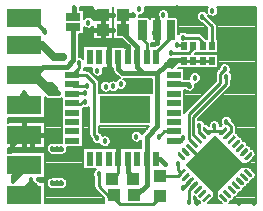
<source format=gbl>
G04 DipTrace Beta 2.3.5.2*
%INMinimOSD_MK2.GBL*%
%MOIN*%
%ADD13C,0.01*%
%ADD14C,0.015*%
%ADD15C,0.006*%
%ADD16C,0.025*%
%ADD17C,0.018*%
%ADD19C,0.007*%
%ADD24R,0.1181X0.063*%
%ADD25R,0.05X0.025*%
%ADD28R,0.0394X0.0433*%
%ADD29R,0.0433X0.0394*%
%ADD43R,0.022X0.05*%
%ADD44R,0.05X0.022*%
%ADD45R,0.0197X0.0256*%
%ADD48C,0.045*%
%FSLAX44Y44*%
G04*
G70*
G90*
G75*
G01*
%LNBottom*%
%LPD*%
X700Y3860D2*
D14*
Y3450D1*
Y3860D2*
D13*
X670D1*
X580Y3770D1*
Y3570D1*
X700Y3450D1*
Y3860D2*
X720D1*
X810Y3770D1*
Y3560D1*
X700Y3450D1*
Y4450D2*
D14*
X1060D1*
X1320Y4710D1*
X2120D1*
X2350Y4940D1*
Y6046D1*
X1500Y4100D2*
X1150Y4450D1*
X700D1*
X1850Y3850D2*
D17*
X1700D1*
X1550D1*
Y4050D1*
D16*
X1500Y4100D1*
Y4050D1*
X1548Y4002D1*
D17*
X1700Y3850D1*
X1500Y4100D2*
D16*
X1600D1*
X1698Y4002D1*
D17*
X1850Y3850D1*
X1950Y850D2*
X1800D1*
X1650D1*
X1550Y3850D2*
X950Y4450D1*
X700D1*
X6228Y2028D2*
D13*
X6785Y1472D1*
X7064D1*
X7200Y1350D2*
D15*
X7078Y1472D1*
X7064D1*
X5050Y5850D2*
D13*
X5122Y5922D1*
Y5950D1*
X3845Y1670D2*
Y1195D1*
X3650Y1000D1*
X3331Y6450D2*
D14*
Y5950D1*
X3530Y5050D2*
Y5470D1*
X3350Y5650D1*
Y5931D1*
X3331Y5950D1*
X4160Y5050D2*
Y5340D1*
X4030Y5470D1*
X3530D1*
X3331Y6450D2*
D15*
X3100D1*
X3020Y6370D1*
X3331Y6450D2*
X3120D1*
X3020Y6550D1*
Y6370D2*
D17*
Y6550D1*
X3231D1*
X3331Y6450D1*
X3020Y6370D2*
X3251D1*
X3331Y6450D1*
X300Y1940D2*
D14*
Y2120D1*
X630Y2450D1*
X700D1*
X960Y2190D1*
Y1950D1*
X2930Y1140D2*
D17*
X2770D1*
X5950Y1193D2*
D13*
X5841Y1085D1*
X5235D1*
X5950Y1193D2*
X5850Y1293D1*
Y1500D1*
X1390Y5900D2*
Y5940D1*
X980Y6350D1*
X700D1*
X1390Y5900D2*
X1370D1*
X1020Y6250D1*
X800D1*
X700Y6350D1*
X1390Y5900D2*
X1030Y6260D1*
X6024Y5419D2*
Y5460D1*
X5800D1*
X6010Y2340D2*
X5928Y2258D1*
X5692D1*
X5200Y2400D2*
X5373Y2573D1*
X5692D1*
X6507Y2307D2*
X6350Y2464D1*
Y3050D1*
X7450Y4150D1*
Y4400D1*
X4790Y5050D2*
Y5510D1*
X4670Y5630D1*
Y5930D1*
X4650Y5950D1*
X5105Y5050D2*
X5080D1*
Y5200D1*
X5595Y5715D1*
Y5950D1*
X6785Y2585D2*
X7050D1*
X7342D1*
X7050Y2750D2*
Y2585D1*
X6339Y5419D2*
X6350Y5430D1*
Y5350D1*
X6190Y5190D1*
X5600D1*
X6654Y5419D2*
Y5546D1*
X6500Y5700D1*
X6000D1*
X4160Y1670D2*
D14*
Y1220D1*
X4380Y1000D1*
X4319D1*
X6650Y6400D2*
D13*
X6969Y6081D1*
Y5419D1*
X7400Y4650D2*
X7250Y4500D1*
Y4200D1*
X6200Y3150D1*
Y2335D1*
X6368Y2168D1*
X6540Y2770D2*
Y2552D1*
X6646Y2446D1*
X7450Y2900D2*
X7600Y2750D1*
Y2565D1*
X7481Y2446D1*
X3700Y450D2*
Y350D1*
X3900Y150D1*
X5000D1*
X5235Y385D1*
Y415D1*
X2750Y3550D2*
X2650D1*
X2600Y3500D1*
X2330D1*
X2312Y3517D1*
X3200Y1150D2*
Y750D1*
X3550Y400D1*
X3700D1*
Y450D1*
X6228Y915D2*
X6014Y700D1*
X6000D1*
X2312Y3832D2*
X2330Y3850D1*
X2750D1*
X950Y950D2*
X700Y700D1*
Y450D1*
X950Y950D2*
X1200Y670D1*
X1060Y810D1*
X700Y450D1*
X950Y820D2*
Y700D1*
X700Y450D1*
X950Y950D2*
Y860D1*
X870Y780D1*
Y620D1*
X700Y450D1*
X950Y950D2*
Y874D1*
X1014Y810D1*
X1060D1*
X5400Y1500D2*
D14*
X5230Y1670D1*
X5105D1*
X6200Y4100D2*
X6153Y4147D1*
X5692D1*
X6368Y776D2*
D13*
X6200Y608D1*
Y230D1*
X330Y930D2*
X700Y1300D1*
Y1450D1*
X2312Y4147D2*
X2360Y4100D1*
X2800D1*
X330Y930D2*
Y1080D1*
X700Y1450D1*
X330Y930D2*
Y980D1*
X480Y1130D1*
Y1230D1*
X700Y1450D1*
X330Y930D2*
X290D1*
Y1110D1*
X360D1*
X700Y1450D1*
X2370Y6680D2*
D14*
Y6400D1*
X2350D1*
X4000Y6450D2*
Y5950D1*
X4790Y1670D2*
Y2400D1*
X5150Y2760D1*
Y4520D1*
X4680D1*
X4475Y4725D1*
Y5050D1*
X3845D2*
Y4655D1*
X3980Y4520D1*
X4680D1*
X4790Y1670D2*
Y790D1*
X4450Y450D1*
X4369D1*
X4350Y6450D2*
X4000D1*
X6969Y4926D2*
D13*
X6654D1*
X6339D1*
X6024D1*
D14*
Y4950D1*
X5831D1*
X5749D1*
X5664D1*
X5580D1*
X5493Y4863D1*
X5445Y4815D1*
X5400Y4770D1*
X5150Y4520D1*
X4000Y5950D2*
Y5870D1*
X4475Y5395D1*
Y5050D1*
X5650Y4770D2*
D13*
X5585D1*
X5489D1*
X5445Y4815D1*
X5650Y4770D2*
Y4936D1*
X5664Y4950D1*
X5585Y4770D2*
X5493Y4863D1*
X5650Y4770D2*
Y4800D1*
X5590Y4860D1*
X5565D1*
X5527Y4897D1*
D14*
X5580Y4950D1*
X5650Y4770D2*
D13*
Y4851D1*
X5749Y4950D1*
X5650Y4770D2*
X5831Y4950D1*
X5489Y4770D2*
X5400D1*
X2000Y5050D2*
D16*
X1700D1*
X1300Y5450D1*
X700D1*
X1700Y5050D2*
D17*
D3*
X1650Y2000D2*
X1800D1*
X1950D1*
X2312Y4462D2*
D13*
X2325Y4450D1*
X2780D1*
X3040Y4190D1*
Y2460D1*
X3150Y2350D1*
X2550Y4850D2*
Y4700D1*
X2312Y4462D1*
D17*
X1500Y4100D3*
D3*
D3*
D3*
D3*
X7200Y1350D3*
X5050Y5850D3*
X5850Y1500D3*
X1390Y5900D3*
D3*
D3*
X5800Y5460D3*
X3400Y2250D3*
X3150Y4600D3*
X5350Y6450D3*
X3418Y4068D3*
X6010Y2340D3*
X3930Y4160D3*
X2850Y6200D3*
X7450Y4400D3*
X7050Y2750D3*
X6400Y4360D3*
X4550Y6650D3*
X5600Y5190D3*
X6000Y5700D3*
X6650Y6400D3*
X7400Y4650D3*
X6540Y2770D3*
X7450Y2900D3*
X2750Y3550D3*
Y3850D3*
X950Y950D3*
D3*
D3*
D3*
X3674Y4076D3*
X6200Y4100D3*
Y230D3*
X330Y930D3*
X2800Y4100D3*
X6200Y230D3*
X330Y930D3*
D3*
D3*
X2370Y6680D3*
X4350Y6450D3*
X2370Y6680D3*
X4350Y6450D3*
X5650Y4770D3*
D3*
D3*
D3*
D3*
X1700Y5050D3*
D3*
D3*
D3*
X2550Y4850D3*
X4450Y2400D3*
X5200D3*
X1850Y5050D3*
X2000D3*
X3150Y2350D3*
X1650Y2000D3*
X1800D3*
X1950D3*
X1550Y3850D3*
X6980Y6600D3*
X1700Y3850D3*
X1850D3*
X1650Y850D3*
X1800D3*
X1950D3*
X3200Y1150D3*
X5400Y1500D3*
D48*
X3550Y3250D3*
X4050D3*
X4550D3*
D17*
X6000Y700D3*
X3020Y6550D3*
Y6370D3*
X5800Y6700D3*
X700Y3860D3*
X6800Y1260D3*
X7610Y1250D3*
X8360Y200D3*
X7870Y190D3*
X8370Y2150D3*
Y2490D3*
X8380Y690D3*
X6470Y180D3*
X7380Y6600D3*
X7480Y5170D3*
X300Y1940D3*
X960Y1950D3*
X2770Y1140D3*
X2930D3*
X2573Y6656D2*
D19*
X2999D1*
X4754D2*
X6784D1*
X7176D2*
X8418D1*
X2715Y6588D2*
X2999D1*
X4745D2*
X5201D1*
X5499D2*
X6581D1*
X6719D2*
X6776D1*
X7185D2*
X8418D1*
X2715Y6519D2*
X2999D1*
X4705D2*
X5158D1*
X5542D2*
X6485D1*
X7167D2*
X8418D1*
X2715Y6450D2*
X2999D1*
X4554D2*
X5145D1*
X5555D2*
X6452D1*
X7116D2*
X8418D1*
X2715Y6382D2*
X2765D1*
X2936D2*
X2999D1*
X4842D2*
X4931D1*
X5787D2*
X6447D1*
X6898D2*
X8418D1*
X5844Y6313D2*
X6465D1*
X6967D2*
X8418D1*
X5847Y6244D2*
X6521D1*
X7036D2*
X8418D1*
X5847Y6175D2*
X6645D1*
X7102D2*
X8418D1*
X5847Y6107D2*
X6714D1*
X7131D2*
X8418D1*
X5847Y6038D2*
X6781D1*
X7133D2*
X8418D1*
X2715Y5969D2*
X2999D1*
X5847D2*
X6804D1*
X7133D2*
X8418D1*
X2715Y5901D2*
X2999D1*
X5847D2*
X6804D1*
X7133D2*
X8418D1*
X2715Y5832D2*
X2999D1*
X6593D2*
X6804D1*
X7133D2*
X8418D1*
X2540Y5763D2*
X2999D1*
X6666D2*
X6804D1*
X7133D2*
X8418D1*
X2540Y5695D2*
X2999D1*
X6735D2*
X6804D1*
X7133D2*
X8418D1*
X2540Y5626D2*
X3979D1*
X7181D2*
X8418D1*
X2540Y5557D2*
X4047D1*
X7181D2*
X8418D1*
X2540Y5489D2*
X4116D1*
X4955D2*
X5139D1*
X7181D2*
X8418D1*
X2540Y5420D2*
X4185D1*
X4955D2*
X5070D1*
X7181D2*
X8418D1*
X2540Y5351D2*
X2675D1*
X7181D2*
X8418D1*
X2540Y5283D2*
X2675D1*
X7181D2*
X8418D1*
X2540Y5214D2*
X2675D1*
X7181D2*
X8418D1*
X2540Y5145D2*
X2675D1*
X7181D2*
X8418D1*
X2540Y5076D2*
X2675D1*
X7181D2*
X8418D1*
X7181Y5008D2*
X8418D1*
X7181Y4939D2*
X8418D1*
X7181Y4870D2*
X8418D1*
X7181Y4802D2*
X7266D1*
X7534D2*
X8418D1*
X7586Y4733D2*
X8418D1*
X2710Y4664D2*
X2957D1*
X3343D2*
X3655D1*
X6057D2*
X7184D1*
X7604D2*
X8418D1*
X2847Y4596D2*
X2946D1*
X3354D2*
X3665D1*
X6057D2*
X7117D1*
X7597D2*
X8418D1*
X3340Y4527D2*
X3708D1*
X6057D2*
X6287D1*
X6513D2*
X7088D1*
X7608D2*
X8418D1*
X3295Y4458D2*
X3777D1*
X6057D2*
X6221D1*
X6579D2*
X7085D1*
X7646D2*
X8418D1*
X3070Y4390D2*
X3845D1*
X6057D2*
X6197D1*
X6603D2*
X7085D1*
X7654D2*
X8418D1*
X3139Y4321D2*
X3807D1*
X4051D2*
X4960D1*
X6601D2*
X7085D1*
X7639D2*
X8418D1*
X3191Y4252D2*
X3339D1*
X3496D2*
X3577D1*
X4111D2*
X4960D1*
X6572D2*
X7072D1*
X7615D2*
X8418D1*
X3205Y4184D2*
X3251D1*
X4133D2*
X4960D1*
X6496D2*
X7003D1*
X7615D2*
X8418D1*
X4129Y4115D2*
X4960D1*
X6404D2*
X6934D1*
X7610D2*
X8418D1*
X4098Y4046D2*
X4960D1*
X6397D2*
X6867D1*
X7575D2*
X8418D1*
X4013Y3977D2*
X4960D1*
X6362D2*
X6798D1*
X7507D2*
X8418D1*
X3205Y3909D2*
X3293D1*
X3785D2*
X4960D1*
X6057D2*
X6143D1*
X6257D2*
X6729D1*
X7438D2*
X8418D1*
X6057Y3840D2*
X6660D1*
X7370D2*
X8418D1*
X6057Y3771D2*
X6591D1*
X7302D2*
X8418D1*
X6057Y3703D2*
X6523D1*
X7233D2*
X8418D1*
X1405Y3634D2*
X1948D1*
X6057D2*
X6454D1*
X7164D2*
X8418D1*
X1405Y3565D2*
X1948D1*
X6057D2*
X6385D1*
X7095D2*
X8418D1*
X1405Y3497D2*
X1948D1*
X6057D2*
X6317D1*
X7026D2*
X8418D1*
X1405Y3428D2*
X1948D1*
X6057D2*
X6248D1*
X6958D2*
X8418D1*
X1405Y3359D2*
X1948D1*
X2809D2*
X2876D1*
X6057D2*
X6180D1*
X6889D2*
X8418D1*
X1405Y3291D2*
X1948D1*
X2677D2*
X2876D1*
X6057D2*
X6111D1*
X6821D2*
X8418D1*
X1405Y3222D2*
X1948D1*
X2677D2*
X2876D1*
X6752D2*
X8418D1*
X1405Y3153D2*
X1948D1*
X2677D2*
X2876D1*
X6683D2*
X8418D1*
X1405Y3085D2*
X1948D1*
X2677D2*
X2876D1*
X6615D2*
X7372D1*
X7528D2*
X8418D1*
X182Y3016D2*
X1948D1*
X2677D2*
X2876D1*
X6546D2*
X7283D1*
X7617D2*
X8418D1*
X182Y2947D2*
X1948D1*
X2677D2*
X2876D1*
X6635D2*
X7251D1*
X7648D2*
X8418D1*
X182Y2878D2*
X1948D1*
X2677D2*
X2876D1*
X6712D2*
X6893D1*
X7208D2*
X7246D1*
X7701D2*
X8418D1*
X1405Y2810D2*
X1948D1*
X2677D2*
X2876D1*
X6791D2*
X6855D1*
X7752D2*
X8418D1*
X1405Y2741D2*
X1948D1*
X2677D2*
X2876D1*
X3205D2*
X4866D1*
X7764D2*
X8418D1*
X1405Y2672D2*
X1948D1*
X2677D2*
X2876D1*
X3205D2*
X4797D1*
X7764D2*
X8418D1*
X1405Y2604D2*
X1948D1*
X2677D2*
X2876D1*
X3205D2*
X4728D1*
X7764D2*
X8418D1*
X1405Y2535D2*
X1948D1*
X2677D2*
X2876D1*
X3226D2*
X4299D1*
X4601D2*
X4659D1*
X7771D2*
X8418D1*
X1405Y2466D2*
X1948D1*
X2677D2*
X2876D1*
X3317D2*
X4257D1*
X7849D2*
X8418D1*
X1405Y2398D2*
X1948D1*
X2677D2*
X2889D1*
X3538D2*
X4245D1*
X7904D2*
X8418D1*
X1405Y2329D2*
X1948D1*
X2677D2*
X2941D1*
X3588D2*
X4258D1*
X7986D2*
X8418D1*
X1405Y2260D2*
X1948D1*
X2677D2*
X2966D1*
X3605D2*
X4303D1*
X8039D2*
X8418D1*
X1405Y2192D2*
X1595D1*
X2677D2*
X3024D1*
X3596D2*
X4600D1*
X8124D2*
X8418D1*
X1405Y2123D2*
X1489D1*
X2677D2*
X3242D1*
X3559D2*
X4600D1*
X8172D2*
X8418D1*
X1405Y2054D2*
X1453D1*
X2677D2*
X3366D1*
X3434D2*
X4600D1*
X8263D2*
X8418D1*
X182Y1986D2*
X1446D1*
X2155D2*
X2675D1*
X8307D2*
X8418D1*
X182Y1917D2*
X1464D1*
X2136D2*
X2675D1*
X1405Y1848D2*
X1516D1*
X2083D2*
X2675D1*
X1405Y1779D2*
X2675D1*
X1405Y1711D2*
X2675D1*
X8380D2*
X8417D1*
X1405Y1642D2*
X2675D1*
X8312D2*
X8418D1*
X1405Y1573D2*
X2675D1*
X8243D2*
X8418D1*
X1405Y1505D2*
X2675D1*
X8147D2*
X8418D1*
X1405Y1436D2*
X2675D1*
X8146D2*
X8418D1*
X1405Y1367D2*
X2675D1*
X8246D2*
X8418D1*
X1405Y1299D2*
X3063D1*
X8315D2*
X8418D1*
X1405Y1230D2*
X3012D1*
X8382D2*
X8418D1*
X1405Y1161D2*
X2996D1*
X1405Y1093D2*
X3004D1*
X1141Y1024D2*
X1549D1*
X2051D2*
X3035D1*
X1164Y955D2*
X1476D1*
X2124D2*
X3035D1*
X8299D2*
X8418D1*
X1225Y887D2*
X1448D1*
X2151D2*
X3035D1*
X8261D2*
X8418D1*
X1405Y818D2*
X1448D1*
X2152D2*
X3035D1*
X8166D2*
X8418D1*
X1405Y749D2*
X1473D1*
X2127D2*
X3035D1*
X8123D2*
X8418D1*
X1405Y680D2*
X1541D1*
X2058D2*
X3052D1*
X8031D2*
X8418D1*
X1405Y612D2*
X3109D1*
X7985D2*
X8418D1*
X1405Y543D2*
X3177D1*
X7898D2*
X8418D1*
X1405Y474D2*
X3245D1*
X7848D2*
X8418D1*
X1405Y406D2*
X3314D1*
X7763D2*
X8418D1*
X1405Y337D2*
X3369D1*
X6373D2*
X6418D1*
X7002D2*
X7125D1*
X7709D2*
X8418D1*
X1405Y268D2*
X3369D1*
X6401D2*
X6497D1*
X6939D2*
X7189D1*
X7630D2*
X8418D1*
X1405Y200D2*
X3369D1*
X6403D2*
X6556D1*
X6870D2*
X7257D1*
X7571D2*
X8418D1*
X175Y2873D2*
X1398D1*
Y2027D1*
X175D1*
Y1872D1*
X387Y1873D1*
X1398D1*
Y1027D1*
X1133D1*
X1141Y1002D1*
X1147Y966D1*
X1230Y873D1*
X1398D1*
X1400Y175D1*
X3376D1*
Y352D1*
X3088Y638D1*
X3067Y666D1*
X3051Y697D1*
X3042Y744D1*
Y1031D1*
X3025Y1057D1*
X3012Y1090D1*
X3004Y1124D1*
X3002Y1159D1*
X3007Y1193D1*
X3018Y1227D1*
X3034Y1257D1*
X3055Y1285D1*
X3088Y1312D1*
X2682D1*
Y2028D1*
X3118Y2027D1*
X3102Y2028D1*
X3433Y2027D1*
X3417Y2028D1*
X3748Y2027D1*
X3753Y2028D1*
X4378Y2027D1*
X4362Y2028D1*
X4608D1*
X4607Y2230D1*
Y2279D1*
X4575Y2247D1*
X4546Y2227D1*
X4515Y2213D1*
X4481Y2205D1*
X4446Y2202D1*
X4411Y2206D1*
X4377Y2216D1*
X4346Y2232D1*
X4318Y2253D1*
X4294Y2278D1*
X4275Y2307D1*
X4262Y2340D1*
X4254Y2374D1*
X4252Y2409D1*
X4257Y2443D1*
X4268Y2477D1*
X4284Y2507D1*
X4305Y2535D1*
X4331Y2558D1*
X4361Y2577D1*
X4394Y2590D1*
X4428Y2597D1*
X4463D1*
X4497Y2592D1*
X4530Y2581D1*
X4561Y2564D1*
X4588Y2542D1*
X4611Y2515D1*
X4628Y2486D1*
X4660Y2529D1*
X4873Y2742D1*
X3197D1*
X3198Y2580D1*
Y2542D1*
X3230Y2531D1*
X3261Y2514D1*
X3288Y2492D1*
X3311Y2465D1*
X3329Y2434D1*
X3344Y2440D1*
X3378Y2447D1*
X3413D1*
X3447Y2442D1*
X3480Y2431D1*
X3511Y2414D1*
X3538Y2392D1*
X3561Y2365D1*
X3579Y2335D1*
X3591Y2302D1*
X3598Y2250D1*
X3595Y2215D1*
X3586Y2181D1*
X3571Y2150D1*
X3550Y2121D1*
X3525Y2097D1*
X3496Y2077D1*
X3465Y2063D1*
X3431Y2055D1*
X3396Y2052D1*
X3361Y2056D1*
X3327Y2066D1*
X3296Y2082D1*
X3268Y2103D1*
X3244Y2128D1*
X3221Y2166D1*
X3181Y2155D1*
X3146Y2152D1*
X3111Y2156D1*
X3077Y2166D1*
X3046Y2182D1*
X3018Y2203D1*
X2994Y2228D1*
X2975Y2257D1*
X2962Y2290D1*
X2954Y2323D1*
X2928Y2348D1*
X2907Y2376D1*
X2891Y2407D1*
X2882Y2454D1*
Y3404D1*
X2846Y3377D1*
X2815Y3363D1*
X2781Y3355D1*
X2746Y3352D1*
X2711Y3356D1*
X2681Y3365D1*
X2672Y3360D1*
X2670Y3315D1*
X2669Y2985D1*
X2670Y3000D1*
X2669Y2670D1*
X2670Y2685D1*
X2669Y2355D1*
X2670Y2370D1*
Y2040D1*
X2144D1*
X2148Y1996D1*
X2144Y1961D1*
X2134Y1927D1*
X2118Y1896D1*
X2097Y1868D1*
X2072Y1844D1*
X2043Y1825D1*
X2010Y1812D1*
X1976Y1804D1*
X1880Y1802D1*
X1650D1*
X1615Y1805D1*
X1581Y1814D1*
X1550Y1829D1*
X1521Y1850D1*
X1497Y1875D1*
X1477Y1904D1*
X1463Y1935D1*
X1455Y1969D1*
X1452Y2004D1*
X1456Y2039D1*
X1466Y2073D1*
X1482Y2104D1*
X1503Y2132D1*
X1528Y2156D1*
X1557Y2175D1*
X1590Y2188D1*
X1624Y2196D1*
X1720Y2198D1*
X1951D1*
X1955Y2215D1*
X1956Y2475D1*
X1955Y2460D1*
X1956Y2790D1*
X1955Y2775D1*
X1956Y3105D1*
X1955Y3090D1*
X1956Y3420D1*
X1955Y3405D1*
Y3681D1*
X1915Y3663D1*
X1881Y3655D1*
X1850Y3652D1*
X1550D1*
X1515Y3655D1*
X1481Y3664D1*
X1450Y3679D1*
X1418Y3703D1*
X1399Y3722D1*
X1398Y3027D1*
X174D1*
X175Y2872D1*
X3676Y6145D2*
Y6495D1*
Y6726D1*
X3655Y6725D1*
Y5645D1*
X3006D1*
Y6079D1*
X2975Y6047D1*
X2946Y6027D1*
X2915Y6013D1*
X2881Y6005D1*
X2846Y6002D1*
X2811Y6006D1*
X2777Y6016D1*
X2746Y6032D1*
X2718Y6053D1*
X2707Y6065D1*
X2708Y5813D1*
X2532D1*
X2533Y5696D1*
Y5047D1*
X2563D1*
X2597Y5042D1*
X2630Y5031D1*
X2661Y5014D1*
X2682Y4996D1*
Y5408D1*
X3118Y5407D1*
X3102Y5408D1*
X3433Y5407D1*
X3438Y5408D1*
X4063Y5407D1*
X4068Y5408D1*
X4204D1*
X3966Y5646D1*
X3676Y5645D1*
X3677Y6255D1*
X3655D1*
Y6143D1*
X3006Y6321D2*
Y6725D1*
X2561D1*
X2568Y6680D1*
X2562Y6634D1*
X2708Y6633D1*
Y6336D1*
X2731Y6358D1*
X2761Y6377D1*
X2794Y6390D1*
X2828Y6397D1*
X2863D1*
X2897Y6392D1*
X2930Y6381D1*
X2961Y6364D1*
X2988Y6342D1*
X3006Y6321D1*
X7175Y6565D2*
X7166Y6531D1*
X7151Y6500D1*
X7130Y6471D1*
X7105Y6447D1*
X7076Y6427D1*
X7045Y6413D1*
X7011Y6405D1*
X6976Y6402D1*
X6941Y6406D1*
X6907Y6416D1*
X6876Y6432D1*
X6848Y6453D1*
X6837Y6465D1*
X6845Y6427D1*
X7080Y6193D1*
X7102Y6166D1*
X7117Y6134D1*
X7126Y6087D1*
Y5654D1*
X7175D1*
Y5183D1*
X6762Y5184D1*
X6650Y5183D1*
X6447Y5184D1*
X6406Y5183D1*
X6412Y5162D1*
X6545Y5161D1*
X6657Y5162D1*
X6860Y5161D1*
X6972Y5162D1*
X7175D1*
Y4691D1*
X6762Y4692D1*
X6650Y4691D1*
X6447Y4692D1*
X6335Y4691D1*
X6132Y4692D1*
X6020Y4691D1*
X5830D1*
X5860Y4680D1*
X6050D1*
Y4329D1*
X6153Y4330D1*
X6178Y4328D1*
X6204Y4334D1*
X6202Y4369D1*
X6207Y4403D1*
X6218Y4437D1*
X6234Y4467D1*
X6255Y4495D1*
X6281Y4518D1*
X6311Y4537D1*
X6344Y4550D1*
X6378Y4557D1*
X6413D1*
X6447Y4552D1*
X6480Y4541D1*
X6511Y4524D1*
X6538Y4502D1*
X6561Y4475D1*
X6579Y4445D1*
X6591Y4412D1*
X6598Y4360D1*
X6595Y4325D1*
X6586Y4291D1*
X6571Y4260D1*
X6550Y4231D1*
X6525Y4207D1*
X6496Y4187D1*
X6465Y4173D1*
X6431Y4165D1*
X6388Y4163D1*
X6397Y4118D1*
X6395Y4065D1*
X6386Y4031D1*
X6371Y4000D1*
X6350Y3971D1*
X6325Y3947D1*
X6296Y3927D1*
X6265Y3913D1*
X6231Y3905D1*
X6196Y3902D1*
X6161Y3906D1*
X6127Y3916D1*
X6096Y3932D1*
X6068Y3953D1*
X6057Y3965D1*
X6050Y3945D1*
X6049Y3615D1*
X6050Y3630D1*
X6049Y3300D1*
X6050Y3315D1*
Y3198D1*
X6057Y3218D1*
X6084Y3257D1*
X7093Y4266D1*
X7092Y4410D1*
Y4500D1*
X7096Y4535D1*
X7107Y4568D1*
X7134Y4607D1*
X7204Y4677D1*
X7218Y4727D1*
X7234Y4757D1*
X7255Y4785D1*
X7281Y4808D1*
X7311Y4827D1*
X7344Y4840D1*
X7378Y4847D1*
X7413D1*
X7447Y4842D1*
X7480Y4831D1*
X7511Y4814D1*
X7538Y4792D1*
X7561Y4765D1*
X7579Y4735D1*
X7591Y4702D1*
X7598Y4650D1*
X7595Y4615D1*
X7586Y4581D1*
X7573Y4555D1*
X7588Y4542D1*
X7611Y4515D1*
X7629Y4485D1*
X7641Y4452D1*
X7648Y4400D1*
X7645Y4365D1*
X7636Y4331D1*
X7621Y4300D1*
X7607Y4281D1*
X7608Y4150D1*
X7604Y4115D1*
X7593Y4082D1*
X7566Y4043D1*
X6507Y2984D1*
X6508Y2966D1*
X6553Y2967D1*
X6587Y2962D1*
X6620Y2951D1*
X6651Y2934D1*
X6678Y2912D1*
X6701Y2885D1*
X6719Y2855D1*
X6730Y2825D1*
X6757Y2821D1*
X6789Y2806D1*
X6823Y2783D1*
X6852Y2754D1*
X6857Y2793D1*
X6868Y2827D1*
X6884Y2857D1*
X6905Y2885D1*
X6931Y2908D1*
X6961Y2927D1*
X6994Y2940D1*
X7028Y2947D1*
X7063D1*
X7097Y2942D1*
X7130Y2931D1*
X7161Y2914D1*
X7188Y2892D1*
X7211Y2865D1*
X7229Y2835D1*
X7241Y2802D1*
X7248Y2750D1*
X7247Y2742D1*
X7263Y2743D1*
X7296Y2776D1*
X7275Y2807D1*
X7262Y2840D1*
X7254Y2874D1*
X7252Y2909D1*
X7257Y2943D1*
X7268Y2977D1*
X7284Y3007D1*
X7305Y3035D1*
X7331Y3058D1*
X7361Y3077D1*
X7394Y3090D1*
X7428Y3097D1*
X7463D1*
X7497Y3092D1*
X7530Y3081D1*
X7561Y3064D1*
X7588Y3042D1*
X7611Y3015D1*
X7629Y2985D1*
X7641Y2952D1*
X7645Y2927D1*
X7712Y2862D1*
X7733Y2834D1*
X7749Y2803D1*
X7758Y2756D1*
X7757Y2551D1*
X7756Y2538D1*
X7780Y2528D1*
X7808Y2506D1*
X7834Y2478D1*
X7850Y2446D1*
X7860Y2417D1*
X7865Y2408D1*
X7903Y2396D1*
X7934Y2379D1*
X7962Y2352D1*
X7983Y2323D1*
X7999Y2279D1*
X8005Y2269D1*
X8042Y2257D1*
X8073Y2240D1*
X8102Y2213D1*
X8122Y2184D1*
X8138Y2140D1*
X8144Y2130D1*
X8181Y2118D1*
X8212Y2101D1*
X8241Y2073D1*
X8261Y2045D1*
X8277Y2001D1*
X8283Y1991D1*
X8321Y1978D1*
X8351Y1962D1*
X8380Y1934D1*
X8400Y1906D1*
X8414Y1869D1*
X8420Y1834D1*
X8417Y1795D1*
X8407Y1761D1*
X8387Y1727D1*
X8372Y1709D1*
X8218Y1555D1*
X8185Y1531D1*
X8162Y1518D1*
X8144Y1513D1*
X8139Y1508D1*
X8145Y1481D1*
X8144Y1453D1*
X8138Y1432D1*
X8157Y1427D1*
X8192Y1407D1*
X8219Y1388D1*
X8372Y1234D1*
X8396Y1201D1*
X8409Y1178D1*
X8417Y1144D1*
X8420Y1105D1*
X8412Y1070D1*
X8398Y1034D1*
X8376Y1006D1*
X8348Y979D1*
X8316Y963D1*
X8287Y954D1*
X8279Y948D1*
X8266Y910D1*
X8250Y880D1*
X8222Y851D1*
X8194Y831D1*
X8149Y815D1*
X8139Y809D1*
X8127Y771D1*
X8110Y741D1*
X8083Y712D1*
X8055Y692D1*
X8010Y676D1*
X8000Y670D1*
X7988Y632D1*
X7971Y601D1*
X7944Y573D1*
X7915Y553D1*
X7871Y536D1*
X7861Y530D1*
X7849Y493D1*
X7832Y462D1*
X7805Y434D1*
X7776Y413D1*
X7732Y397D1*
X7722Y391D1*
X7709Y354D1*
X7693Y323D1*
X7665Y294D1*
X7637Y274D1*
X7593Y258D1*
X7583Y252D1*
X7570Y214D1*
X7554Y184D1*
X7546Y175D1*
X8425D1*
Y6725D1*
X7133D1*
X7159Y6685D1*
X7171Y6652D1*
X7178Y6600D1*
X7175Y6565D1*
X6793Y6537D2*
X6784Y6574D1*
X6782Y6609D1*
X6787Y6643D1*
X6798Y6677D1*
X6814Y6707D1*
X6828Y6726D1*
X6010Y6725D1*
X4734D1*
X4741Y6702D1*
X4748Y6650D1*
X4745Y6615D1*
X4736Y6581D1*
X4721Y6550D1*
X4700Y6521D1*
X4675Y6497D1*
X4646Y6477D1*
X4615Y6463D1*
X4581Y6455D1*
X4547Y6452D1*
X4545Y6415D1*
X4539Y6393D1*
X4788Y6392D1*
X4822Y6387D1*
X4853Y6371D1*
X4880Y6339D1*
X4890Y6337D1*
X4907Y6359D1*
X4929Y6377D1*
X4954Y6388D1*
X4985Y6392D1*
X5161D1*
X5154Y6424D1*
X5152Y6459D1*
X5157Y6493D1*
X5168Y6527D1*
X5184Y6557D1*
X5205Y6585D1*
X5231Y6608D1*
X5261Y6627D1*
X5294Y6640D1*
X5328Y6647D1*
X5363D1*
X5397Y6642D1*
X5430Y6631D1*
X5461Y6614D1*
X5488Y6592D1*
X5511Y6565D1*
X5529Y6535D1*
X5541Y6502D1*
X5548Y6450D1*
X5545Y6415D1*
X5539Y6393D1*
X5733Y6392D1*
X5767Y6387D1*
X5798Y6371D1*
X5822Y6345D1*
X5838Y6308D1*
X5840Y6250D1*
Y5818D1*
X5855Y5835D1*
X5881Y5858D1*
X5911Y5877D1*
X5944Y5890D1*
X5978Y5897D1*
X6013D1*
X6047Y5892D1*
X6080Y5881D1*
X6119Y5857D1*
X6500Y5858D1*
X6535Y5854D1*
X6568Y5843D1*
X6607Y5816D1*
X6766Y5657D1*
X6811Y5654D1*
Y5874D1*
Y6017D1*
X6623Y6204D1*
X6577Y6216D1*
X6546Y6232D1*
X6518Y6253D1*
X6494Y6278D1*
X6475Y6307D1*
X6462Y6340D1*
X6454Y6374D1*
X6452Y6409D1*
X6457Y6443D1*
X6468Y6477D1*
X6484Y6507D1*
X6505Y6535D1*
X6531Y6558D1*
X6561Y6577D1*
X6594Y6590D1*
X6628Y6597D1*
X6663D1*
X6697Y6592D1*
X6730Y6581D1*
X6761Y6564D1*
X6793Y6536D1*
X2975Y4692D2*
X2708D1*
X2700Y4653D1*
X2686Y4620D1*
X2692Y4631D1*
X2710Y4608D1*
X2780D1*
X2815Y4604D1*
X2848Y4593D1*
X2887Y4566D1*
X3152Y4302D1*
X3173Y4274D1*
X3189Y4243D1*
X3198Y4196D1*
Y3867D1*
X4717Y3868D1*
X4968D1*
X4967Y4338D1*
X4765Y4337D1*
X4016D1*
X4041Y4324D1*
X4068Y4302D1*
X4090Y4275D1*
X4108Y4245D1*
X4120Y4212D1*
X4127Y4160D1*
X4124Y4125D1*
X4115Y4091D1*
X4100Y4060D1*
X4080Y4031D1*
X4055Y4007D1*
X4026Y3987D1*
X3994Y3973D1*
X3960Y3965D1*
X3925Y3962D1*
X3890Y3966D1*
X3846Y3981D1*
X3824Y3948D1*
X3799Y3923D1*
X3770Y3904D1*
X3738Y3889D1*
X3704Y3881D1*
X3669Y3879D1*
X3635Y3882D1*
X3601Y3892D1*
X3570Y3908D1*
X3551Y3922D1*
X3514Y3895D1*
X3482Y3881D1*
X3448Y3872D1*
X3413Y3870D1*
X3379Y3874D1*
X3345Y3884D1*
X3314Y3899D1*
X3286Y3920D1*
X3262Y3946D1*
X3243Y3975D1*
X3229Y4007D1*
X3222Y4041D1*
X3220Y4076D1*
X3225Y4111D1*
X3235Y4144D1*
X3252Y4175D1*
X3273Y4203D1*
X3299Y4226D1*
X3329Y4244D1*
X3361Y4257D1*
X3396Y4264D1*
X3431Y4265D1*
X3465Y4260D1*
X3498Y4248D1*
X3529Y4231D1*
X3540Y4222D1*
X3585Y4253D1*
X3617Y4266D1*
X3652Y4273D1*
X3686Y4274D1*
X3721Y4268D1*
X3757Y4255D1*
X3785Y4295D1*
X3811Y4318D1*
X3841Y4337D1*
X3873Y4350D1*
X3902Y4355D1*
X3890Y4361D1*
X3851Y4391D1*
X3716Y4526D1*
X3693Y4553D1*
X3677Y4584D1*
X3666Y4617D1*
X3662Y4655D1*
Y4693D1*
X3629Y4692D1*
X3324D1*
X3341Y4652D1*
X3348Y4600D1*
X3345Y4565D1*
X3336Y4531D1*
X3321Y4500D1*
X3300Y4471D1*
X3275Y4447D1*
X3246Y4427D1*
X3215Y4413D1*
X3181Y4405D1*
X3146Y4402D1*
X3111Y4406D1*
X3077Y4416D1*
X3046Y4432D1*
X3018Y4453D1*
X2994Y4478D1*
X2975Y4507D1*
X2962Y4540D1*
X2954Y4574D1*
X2952Y4609D1*
X2957Y4643D1*
X2968Y4677D1*
X2976Y4693D1*
X4947Y5408D2*
X5008Y5407D1*
X4992Y5408D1*
X5065D1*
X5164Y5507D1*
X4978Y5508D1*
X4950Y5513D1*
X4947Y5514D1*
X4948Y5409D1*
X4992Y5408D1*
X7123Y350D2*
X7110Y373D1*
X7105Y392D1*
X7100Y396D1*
X7073Y390D1*
X7045Y391D1*
X7023Y397D1*
X7019Y379D1*
X6999Y343D1*
X6980Y317D1*
X6838Y175D1*
X7290D1*
X7147Y317D1*
X7123Y350D1*
X6551Y231D2*
X6546Y248D1*
X6540Y257D1*
X6502Y269D1*
X6472Y286D1*
X6443Y313D1*
X6423Y341D1*
X6407Y386D1*
X6401Y396D1*
X6362Y409D1*
X6358Y398D1*
Y349D1*
X6379Y315D1*
X6391Y282D1*
X6398Y230D1*
X6395Y195D1*
X6389Y175D1*
X6581D1*
X6567Y194D1*
X6551Y231D1*
X1915Y652D2*
X1650D1*
X1615Y655D1*
X1581Y664D1*
X1550Y679D1*
X1521Y700D1*
X1497Y725D1*
X1477Y754D1*
X1463Y785D1*
X1455Y819D1*
X1452Y854D1*
X1456Y889D1*
X1466Y923D1*
X1482Y954D1*
X1503Y982D1*
X1528Y1006D1*
X1557Y1025D1*
X1590Y1038D1*
X1624Y1046D1*
X1720Y1048D1*
X1950D1*
X1985Y1045D1*
X2019Y1036D1*
X2050Y1021D1*
X2079Y1000D1*
X2103Y975D1*
X2123Y946D1*
X2137Y915D1*
X2145Y881D1*
X2148Y846D1*
X2144Y811D1*
X2134Y777D1*
X2118Y746D1*
X2097Y718D1*
X2072Y694D1*
X2043Y675D1*
X2010Y662D1*
X1976Y654D1*
X1915Y652D1*
X700Y2873D2*
D14*
Y2027D1*
Y2450D2*
X1398D1*
X3007Y6450D2*
X3655D1*
X3331Y5950D2*
Y5645D1*
X3007Y5950D2*
X3655D1*
X3530Y5408D2*
Y4692D1*
X4160Y5408D2*
Y5050D1*
X3845Y2028D2*
Y1670D1*
X7064Y1472D2*
Y390D1*
Y1472D2*
X8146D1*
X5122Y6392D2*
Y5508D1*
D24*
X700Y6350D3*
Y2450D3*
Y1450D3*
Y450D3*
Y3450D3*
Y4450D3*
Y5450D3*
D28*
X5235Y1085D3*
Y415D3*
D29*
X4000Y6450D3*
X3331D3*
X3650Y1000D3*
X4319D3*
X4000Y5950D3*
X3331D3*
X3700Y450D3*
X4369D3*
D43*
X2900Y5050D3*
X3215D3*
X3530D3*
X3845D3*
X4160D3*
X4475D3*
X4790D3*
X5105D3*
D44*
X5692Y4462D3*
Y4147D3*
Y3832D3*
Y3517D3*
Y3203D3*
Y2888D3*
Y2573D3*
Y2258D3*
D43*
X5105Y1670D3*
X4790D3*
X4475D3*
X4160D3*
X3845D3*
X3530D3*
X3215D3*
X2900D3*
D44*
X2312Y2258D3*
Y2573D3*
Y2888D3*
Y3203D3*
Y3517D3*
Y3832D3*
Y4147D3*
Y4462D3*
D45*
X6024Y5419D3*
X6339D3*
X6654D3*
X6969D3*
Y4926D3*
X6654D3*
X6339D3*
X6024D3*
G36*
X5985Y1632D2*
X6007Y1618D1*
X6033Y1615D1*
X6058Y1623D1*
X6077Y1642D1*
X6085Y1667D1*
X6082Y1693D1*
X6068Y1715D1*
X5915Y1868D1*
X5893Y1882D1*
X5867Y1885D1*
X5842Y1877D1*
X5823Y1858D1*
X5815Y1833D1*
X5818Y1807D1*
X5832Y1785D1*
X5985Y1632D1*
G37*
G36*
X6124Y1771D2*
X6146Y1757D1*
X6172Y1754D1*
X6197Y1763D1*
X6216Y1781D1*
X6224Y1806D1*
X6221Y1832D1*
X6208Y1854D1*
X6054Y2008D1*
X6032Y2021D1*
X6006Y2024D1*
X5981Y2016D1*
X5963Y1997D1*
X5954Y1972D1*
X5957Y1946D1*
X5971Y1924D1*
X6124Y1771D1*
G37*
G36*
X6263Y1910D2*
X6285Y1896D1*
X6312Y1893D1*
X6336Y1902D1*
X6355Y1920D1*
X6364Y1945D1*
X6361Y1971D1*
X6347Y1994D1*
X6194Y2147D1*
X6171Y2161D1*
X6145Y2164D1*
X6120Y2155D1*
X6102Y2136D1*
X6093Y2112D1*
X6096Y2085D1*
X6110Y2063D1*
X6263Y1910D1*
G37*
G36*
X6402Y2049D2*
X6425Y2035D1*
X6451Y2032D1*
X6476Y2041D1*
X6494Y2060D1*
X6503Y2084D1*
X6500Y2111D1*
X6486Y2133D1*
X6333Y2286D1*
X6311Y2300D1*
X6284Y2303D1*
X6260Y2294D1*
X6241Y2276D1*
X6232Y2251D1*
X6235Y2225D1*
X6249Y2202D1*
X6402Y2049D1*
G37*
G36*
X6542Y2188D2*
X6564Y2174D1*
X6590Y2172D1*
X6615Y2180D1*
X6633Y2199D1*
X6642Y2224D1*
X6639Y2250D1*
X6625Y2272D1*
X6472Y2425D1*
X6450Y2439D1*
X6424Y2442D1*
X6399Y2433D1*
X6380Y2415D1*
X6372Y2390D1*
X6374Y2364D1*
X6388Y2342D1*
X6542Y2188D1*
G37*
G36*
X6681Y2328D2*
X6703Y2314D1*
X6729Y2311D1*
X6754Y2319D1*
X6773Y2338D1*
X6781Y2363D1*
X6778Y2389D1*
X6764Y2411D1*
X6611Y2564D1*
X6589Y2578D1*
X6563Y2581D1*
X6538Y2573D1*
X6519Y2554D1*
X6511Y2529D1*
X6514Y2503D1*
X6528Y2481D1*
X6681Y2328D1*
G37*
G36*
X6820Y2467D2*
X6842Y2453D1*
X6868Y2450D1*
X6893Y2459D1*
X6912Y2477D1*
X6920Y2502D1*
X6917Y2528D1*
X6903Y2550D1*
X6750Y2703D1*
X6728Y2717D1*
X6702Y2720D1*
X6677Y2712D1*
X6659Y2693D1*
X6650Y2668D1*
X6653Y2642D1*
X6667Y2620D1*
X6820Y2467D1*
G37*
G36*
X7460Y2620D2*
X7474Y2642D1*
X7477Y2668D1*
X7469Y2693D1*
X7450Y2712D1*
X7425Y2720D1*
X7399Y2717D1*
X7377Y2703D1*
X7224Y2550D1*
X7210Y2528D1*
X7207Y2502D1*
X7215Y2477D1*
X7234Y2459D1*
X7259Y2450D1*
X7285Y2453D1*
X7307Y2467D1*
X7460Y2620D1*
G37*
G36*
X7599Y2481D2*
X7613Y2503D1*
X7616Y2529D1*
X7608Y2554D1*
X7589Y2573D1*
X7564Y2581D1*
X7538Y2578D1*
X7516Y2564D1*
X7363Y2411D1*
X7349Y2389D1*
X7346Y2363D1*
X7355Y2338D1*
X7373Y2319D1*
X7398Y2311D1*
X7424Y2314D1*
X7446Y2328D1*
X7599Y2481D1*
G37*
G36*
X7739Y2342D2*
X7753Y2364D1*
X7756Y2390D1*
X7747Y2415D1*
X7728Y2433D1*
X7704Y2442D1*
X7677Y2439D1*
X7655Y2425D1*
X7502Y2272D1*
X7488Y2250D1*
X7485Y2224D1*
X7494Y2199D1*
X7512Y2180D1*
X7537Y2172D1*
X7563Y2174D1*
X7586Y2188D1*
X7739Y2342D1*
G37*
G36*
X7878Y2202D2*
X7892Y2225D1*
X7895Y2251D1*
X7886Y2276D1*
X7868Y2294D1*
X7843Y2303D1*
X7817Y2300D1*
X7794Y2286D1*
X7641Y2133D1*
X7627Y2111D1*
X7624Y2084D1*
X7633Y2060D1*
X7652Y2041D1*
X7676Y2032D1*
X7702Y2035D1*
X7725Y2049D1*
X7878Y2202D1*
G37*
G36*
X8017Y2063D2*
X8031Y2085D1*
X8034Y2112D1*
X8025Y2136D1*
X8007Y2155D1*
X7982Y2164D1*
X7956Y2161D1*
X7934Y2147D1*
X7780Y1994D1*
X7766Y1971D1*
X7763Y1945D1*
X7772Y1920D1*
X7791Y1902D1*
X7816Y1893D1*
X7842Y1896D1*
X7864Y1910D1*
X8017Y2063D1*
G37*
G36*
X8156Y1924D2*
X8170Y1946D1*
X8173Y1972D1*
X8164Y1997D1*
X8146Y2016D1*
X8121Y2024D1*
X8095Y2021D1*
X8073Y2008D1*
X7920Y1854D1*
X7906Y1832D1*
X7903Y1806D1*
X7911Y1781D1*
X7930Y1763D1*
X7955Y1754D1*
X7981Y1757D1*
X8003Y1771D1*
X8156Y1924D1*
G37*
G36*
X8295Y1785D2*
X8309Y1807D1*
X8312Y1833D1*
X8304Y1858D1*
X8285Y1877D1*
X8260Y1885D1*
X8234Y1882D1*
X8212Y1868D1*
X8059Y1715D1*
X8045Y1693D1*
X8042Y1667D1*
X8051Y1642D1*
X8069Y1623D1*
X8094Y1615D1*
X8120Y1618D1*
X8142Y1632D1*
X8295Y1785D1*
G37*
G36*
X8212Y1075D2*
X8234Y1061D1*
X8260Y1058D1*
X8285Y1067D1*
X8304Y1085D1*
X8312Y1110D1*
X8309Y1136D1*
X8295Y1158D1*
X8142Y1312D1*
X8120Y1326D1*
X8094Y1328D1*
X8069Y1320D1*
X8051Y1301D1*
X8042Y1276D1*
X8045Y1250D1*
X8059Y1228D1*
X8212Y1075D1*
G37*
G36*
X8073Y936D2*
X8095Y922D1*
X8121Y919D1*
X8146Y927D1*
X8164Y946D1*
X8173Y971D1*
X8170Y997D1*
X8156Y1019D1*
X8003Y1172D1*
X7981Y1186D1*
X7955Y1189D1*
X7930Y1181D1*
X7911Y1162D1*
X7903Y1137D1*
X7906Y1111D1*
X7920Y1089D1*
X8073Y936D1*
G37*
G36*
X7934Y797D2*
X7956Y783D1*
X7982Y780D1*
X8007Y788D1*
X8025Y807D1*
X8034Y832D1*
X8031Y858D1*
X8017Y880D1*
X7864Y1033D1*
X7842Y1047D1*
X7816Y1050D1*
X7791Y1041D1*
X7772Y1023D1*
X7763Y998D1*
X7766Y972D1*
X7780Y950D1*
X7934Y797D1*
G37*
G36*
X7794Y657D2*
X7817Y643D1*
X7843Y640D1*
X7868Y649D1*
X7886Y668D1*
X7895Y692D1*
X7892Y719D1*
X7878Y741D1*
X7725Y894D1*
X7702Y908D1*
X7676Y911D1*
X7652Y902D1*
X7633Y884D1*
X7624Y859D1*
X7627Y833D1*
X7641Y810D1*
X7794Y657D1*
G37*
G36*
X7655Y518D2*
X7677Y504D1*
X7704Y501D1*
X7728Y510D1*
X7747Y528D1*
X7756Y553D1*
X7753Y579D1*
X7739Y602D1*
X7586Y755D1*
X7563Y769D1*
X7537Y772D1*
X7512Y763D1*
X7494Y744D1*
X7485Y720D1*
X7488Y693D1*
X7502Y671D1*
X7655Y518D1*
G37*
G36*
X7516Y379D2*
X7538Y365D1*
X7564Y362D1*
X7589Y371D1*
X7608Y389D1*
X7616Y414D1*
X7613Y440D1*
X7599Y462D1*
X7446Y616D1*
X7424Y630D1*
X7398Y632D1*
X7373Y624D1*
X7355Y605D1*
X7346Y580D1*
X7349Y554D1*
X7363Y532D1*
X7516Y379D1*
G37*
G36*
X7377Y240D2*
X7399Y226D1*
X7425Y223D1*
X7450Y231D1*
X7469Y250D1*
X7477Y275D1*
X7474Y301D1*
X7460Y323D1*
X7307Y476D1*
X7285Y490D1*
X7259Y493D1*
X7234Y485D1*
X7215Y466D1*
X7207Y441D1*
X7210Y415D1*
X7224Y393D1*
X7377Y240D1*
G37*
G36*
X6903Y393D2*
X6917Y415D1*
X6920Y441D1*
X6912Y466D1*
X6893Y485D1*
X6868Y493D1*
X6842Y490D1*
X6820Y476D1*
X6667Y323D1*
X6653Y301D1*
X6650Y275D1*
X6659Y250D1*
X6677Y231D1*
X6702Y223D1*
X6728Y226D1*
X6750Y240D1*
X6903Y393D1*
G37*
G36*
X6764Y532D2*
X6778Y554D1*
X6781Y580D1*
X6773Y605D1*
X6754Y624D1*
X6729Y632D1*
X6703Y630D1*
X6681Y616D1*
X6528Y462D1*
X6514Y440D1*
X6511Y414D1*
X6519Y389D1*
X6538Y371D1*
X6563Y362D1*
X6589Y365D1*
X6611Y379D1*
X6764Y532D1*
G37*
G36*
X6625Y671D2*
X6639Y693D1*
X6642Y720D1*
X6633Y744D1*
X6615Y763D1*
X6590Y772D1*
X6564Y769D1*
X6542Y755D1*
X6388Y602D1*
X6374Y579D1*
X6372Y553D1*
X6380Y528D1*
X6399Y510D1*
X6424Y501D1*
X6450Y504D1*
X6472Y518D1*
X6625Y671D1*
G37*
G36*
X6486Y810D2*
X6500Y833D1*
X6503Y859D1*
X6494Y884D1*
X6476Y902D1*
X6451Y911D1*
X6425Y908D1*
X6402Y894D1*
X6249Y741D1*
X6235Y719D1*
X6232Y692D1*
X6241Y668D1*
X6260Y649D1*
X6284Y640D1*
X6311Y643D1*
X6333Y657D1*
X6486Y810D1*
G37*
G36*
X6347Y950D2*
X6361Y972D1*
X6364Y998D1*
X6355Y1023D1*
X6336Y1041D1*
X6312Y1050D1*
X6285Y1047D1*
X6263Y1033D1*
X6110Y880D1*
X6096Y858D1*
X6093Y832D1*
X6102Y807D1*
X6120Y788D1*
X6145Y780D1*
X6171Y783D1*
X6194Y797D1*
X6347Y950D1*
G37*
G36*
X6208Y1089D2*
X6221Y1111D1*
X6224Y1137D1*
X6216Y1162D1*
X6197Y1181D1*
X6172Y1189D1*
X6146Y1186D1*
X6124Y1172D1*
X5971Y1019D1*
X5957Y997D1*
X5954Y971D1*
X5963Y946D1*
X5981Y927D1*
X6006Y919D1*
X6032Y922D1*
X6054Y936D1*
X6208Y1089D1*
G37*
G36*
X6068Y1228D2*
X6082Y1250D1*
X6085Y1276D1*
X6077Y1301D1*
X6058Y1320D1*
X6033Y1328D1*
X6007Y1326D1*
X5985Y1312D1*
X5832Y1158D1*
X5818Y1136D1*
X5815Y1110D1*
X5823Y1085D1*
X5842Y1067D1*
X5867Y1058D1*
X5893Y1061D1*
X5915Y1075D1*
X6068Y1228D1*
G37*
G36*
X7064Y497D2*
X6089Y1472D1*
X7064Y2446D1*
X8038Y1472D1*
X7064Y497D1*
G37*
D25*
X2350Y6400D3*
Y6046D3*
G36*
X4788Y5615D2*
X4512D1*
Y6285D1*
X4788D1*
Y5615D1*
G37*
G36*
X5260D2*
X4985D1*
Y6285D1*
X5260D1*
Y5615D1*
G37*
G36*
X5733D2*
X5457D1*
Y6285D1*
X5733D1*
Y5615D1*
G37*
G36*
X3250Y3760D2*
X4910D1*
Y2850D1*
X3250D1*
Y3760D1*
G37*
M02*

</source>
